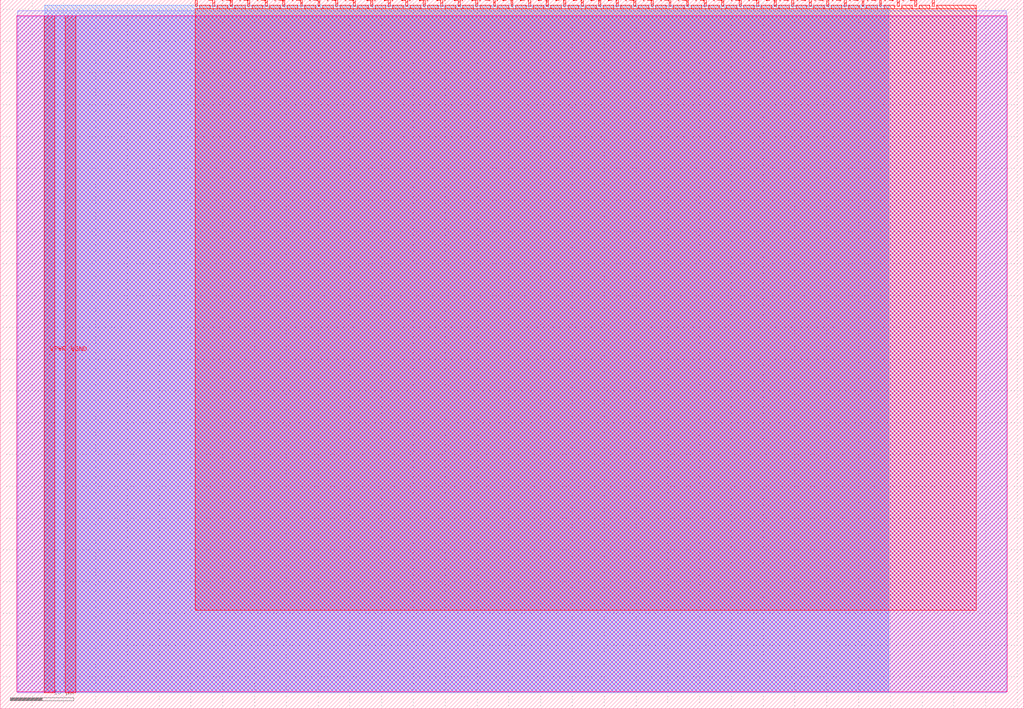
<source format=lef>
VERSION 5.7 ;
  NOWIREEXTENSIONATPIN ON ;
  DIVIDERCHAR "/" ;
  BUSBITCHARS "[]" ;
MACRO tt_um_bleeptrack_cc1
  CLASS BLOCK ;
  FOREIGN tt_um_bleeptrack_cc1 ;
  ORIGIN 0.000 0.000 ;
  SIZE 161.000 BY 111.520 ;
  PIN VGND
    DIRECTION INOUT ;
    USE GROUND ;
    PORT
      LAYER met4 ;
        RECT 10.260 2.480 11.860 109.040 ;
    END
  END VGND
  PIN VPWR
    DIRECTION INOUT ;
    USE POWER ;
    PORT
      LAYER met4 ;
        RECT 6.960 2.480 8.560 109.040 ;
    END
  END VPWR
  PIN clk
    DIRECTION INPUT ;
    USE SIGNAL ;
    PORT
      LAYER met4 ;
        RECT 143.830 110.520 144.130 111.520 ;
    END
  END clk
  PIN ena
    DIRECTION INPUT ;
    USE SIGNAL ;
    PORT
      LAYER met4 ;
        RECT 146.590 110.520 146.890 111.520 ;
    END
  END ena
  PIN rst_n
    DIRECTION INPUT ;
    USE SIGNAL ;
    PORT
      LAYER met4 ;
        RECT 141.070 110.520 141.370 111.520 ;
    END
  END rst_n
  PIN ui_in[0]
    DIRECTION INPUT ;
    USE SIGNAL ;
    ANTENNAGATEAREA 0.196500 ;
    PORT
      LAYER met4 ;
        RECT 138.310 110.520 138.610 111.520 ;
    END
  END ui_in[0]
  PIN ui_in[1]
    DIRECTION INPUT ;
    USE SIGNAL ;
    ANTENNAGATEAREA 0.213000 ;
    PORT
      LAYER met4 ;
        RECT 135.550 110.520 135.850 111.520 ;
    END
  END ui_in[1]
  PIN ui_in[2]
    DIRECTION INPUT ;
    USE SIGNAL ;
    ANTENNAGATEAREA 0.196500 ;
    PORT
      LAYER met4 ;
        RECT 132.790 110.520 133.090 111.520 ;
    END
  END ui_in[2]
  PIN ui_in[3]
    DIRECTION INPUT ;
    USE SIGNAL ;
    ANTENNAGATEAREA 0.196500 ;
    PORT
      LAYER met4 ;
        RECT 130.030 110.520 130.330 111.520 ;
    END
  END ui_in[3]
  PIN ui_in[4]
    DIRECTION INPUT ;
    USE SIGNAL ;
    ANTENNAGATEAREA 0.196500 ;
    PORT
      LAYER met4 ;
        RECT 127.270 110.520 127.570 111.520 ;
    END
  END ui_in[4]
  PIN ui_in[5]
    DIRECTION INPUT ;
    USE SIGNAL ;
    ANTENNAGATEAREA 0.196500 ;
    PORT
      LAYER met4 ;
        RECT 124.510 110.520 124.810 111.520 ;
    END
  END ui_in[5]
  PIN ui_in[6]
    DIRECTION INPUT ;
    USE SIGNAL ;
    ANTENNAGATEAREA 0.196500 ;
    PORT
      LAYER met4 ;
        RECT 121.750 110.520 122.050 111.520 ;
    END
  END ui_in[6]
  PIN ui_in[7]
    DIRECTION INPUT ;
    USE SIGNAL ;
    ANTENNAGATEAREA 0.196500 ;
    PORT
      LAYER met4 ;
        RECT 118.990 110.520 119.290 111.520 ;
    END
  END ui_in[7]
  PIN uio_in[0]
    DIRECTION INPUT ;
    USE SIGNAL ;
    ANTENNAGATEAREA 0.196500 ;
    PORT
      LAYER met4 ;
        RECT 116.230 110.520 116.530 111.520 ;
    END
  END uio_in[0]
  PIN uio_in[1]
    DIRECTION INPUT ;
    USE SIGNAL ;
    ANTENNAGATEAREA 0.213000 ;
    PORT
      LAYER met4 ;
        RECT 113.470 110.520 113.770 111.520 ;
    END
  END uio_in[1]
  PIN uio_in[2]
    DIRECTION INPUT ;
    USE SIGNAL ;
    ANTENNAGATEAREA 0.196500 ;
    PORT
      LAYER met4 ;
        RECT 110.710 110.520 111.010 111.520 ;
    END
  END uio_in[2]
  PIN uio_in[3]
    DIRECTION INPUT ;
    USE SIGNAL ;
    ANTENNAGATEAREA 0.196500 ;
    PORT
      LAYER met4 ;
        RECT 107.950 110.520 108.250 111.520 ;
    END
  END uio_in[3]
  PIN uio_in[4]
    DIRECTION INPUT ;
    USE SIGNAL ;
    ANTENNAGATEAREA 0.196500 ;
    PORT
      LAYER met4 ;
        RECT 105.190 110.520 105.490 111.520 ;
    END
  END uio_in[4]
  PIN uio_in[5]
    DIRECTION INPUT ;
    USE SIGNAL ;
    ANTENNAGATEAREA 0.196500 ;
    PORT
      LAYER met4 ;
        RECT 102.430 110.520 102.730 111.520 ;
    END
  END uio_in[5]
  PIN uio_in[6]
    DIRECTION INPUT ;
    USE SIGNAL ;
    ANTENNAGATEAREA 0.196500 ;
    PORT
      LAYER met4 ;
        RECT 99.670 110.520 99.970 111.520 ;
    END
  END uio_in[6]
  PIN uio_in[7]
    DIRECTION INPUT ;
    USE SIGNAL ;
    ANTENNAGATEAREA 0.196500 ;
    PORT
      LAYER met4 ;
        RECT 96.910 110.520 97.210 111.520 ;
    END
  END uio_in[7]
  PIN uio_oe[0]
    DIRECTION OUTPUT ;
    USE SIGNAL ;
    PORT
      LAYER met4 ;
        RECT 49.990 110.520 50.290 111.520 ;
    END
  END uio_oe[0]
  PIN uio_oe[1]
    DIRECTION OUTPUT ;
    USE SIGNAL ;
    PORT
      LAYER met4 ;
        RECT 47.230 110.520 47.530 111.520 ;
    END
  END uio_oe[1]
  PIN uio_oe[2]
    DIRECTION OUTPUT ;
    USE SIGNAL ;
    PORT
      LAYER met4 ;
        RECT 44.470 110.520 44.770 111.520 ;
    END
  END uio_oe[2]
  PIN uio_oe[3]
    DIRECTION OUTPUT ;
    USE SIGNAL ;
    PORT
      LAYER met4 ;
        RECT 41.710 110.520 42.010 111.520 ;
    END
  END uio_oe[3]
  PIN uio_oe[4]
    DIRECTION OUTPUT ;
    USE SIGNAL ;
    PORT
      LAYER met4 ;
        RECT 38.950 110.520 39.250 111.520 ;
    END
  END uio_oe[4]
  PIN uio_oe[5]
    DIRECTION OUTPUT ;
    USE SIGNAL ;
    PORT
      LAYER met4 ;
        RECT 36.190 110.520 36.490 111.520 ;
    END
  END uio_oe[5]
  PIN uio_oe[6]
    DIRECTION OUTPUT ;
    USE SIGNAL ;
    PORT
      LAYER met4 ;
        RECT 33.430 110.520 33.730 111.520 ;
    END
  END uio_oe[6]
  PIN uio_oe[7]
    DIRECTION OUTPUT ;
    USE SIGNAL ;
    PORT
      LAYER met4 ;
        RECT 30.670 110.520 30.970 111.520 ;
    END
  END uio_oe[7]
  PIN uio_out[0]
    DIRECTION OUTPUT ;
    USE SIGNAL ;
    PORT
      LAYER met4 ;
        RECT 72.070 110.520 72.370 111.520 ;
    END
  END uio_out[0]
  PIN uio_out[1]
    DIRECTION OUTPUT ;
    USE SIGNAL ;
    PORT
      LAYER met4 ;
        RECT 69.310 110.520 69.610 111.520 ;
    END
  END uio_out[1]
  PIN uio_out[2]
    DIRECTION OUTPUT ;
    USE SIGNAL ;
    PORT
      LAYER met4 ;
        RECT 66.550 110.520 66.850 111.520 ;
    END
  END uio_out[2]
  PIN uio_out[3]
    DIRECTION OUTPUT ;
    USE SIGNAL ;
    PORT
      LAYER met4 ;
        RECT 63.790 110.520 64.090 111.520 ;
    END
  END uio_out[3]
  PIN uio_out[4]
    DIRECTION OUTPUT ;
    USE SIGNAL ;
    PORT
      LAYER met4 ;
        RECT 61.030 110.520 61.330 111.520 ;
    END
  END uio_out[4]
  PIN uio_out[5]
    DIRECTION OUTPUT ;
    USE SIGNAL ;
    PORT
      LAYER met4 ;
        RECT 58.270 110.520 58.570 111.520 ;
    END
  END uio_out[5]
  PIN uio_out[6]
    DIRECTION OUTPUT ;
    USE SIGNAL ;
    PORT
      LAYER met4 ;
        RECT 55.510 110.520 55.810 111.520 ;
    END
  END uio_out[6]
  PIN uio_out[7]
    DIRECTION OUTPUT ;
    USE SIGNAL ;
    PORT
      LAYER met4 ;
        RECT 52.750 110.520 53.050 111.520 ;
    END
  END uio_out[7]
  PIN uo_out[0]
    DIRECTION OUTPUT ;
    USE SIGNAL ;
    ANTENNADIFFAREA 0.643500 ;
    PORT
      LAYER met4 ;
        RECT 94.150 110.520 94.450 111.520 ;
    END
  END uo_out[0]
  PIN uo_out[1]
    DIRECTION OUTPUT ;
    USE SIGNAL ;
    ANTENNADIFFAREA 1.721000 ;
    PORT
      LAYER met4 ;
        RECT 91.390 110.520 91.690 111.520 ;
    END
  END uo_out[1]
  PIN uo_out[2]
    DIRECTION OUTPUT ;
    USE SIGNAL ;
    ANTENNADIFFAREA 1.524450 ;
    PORT
      LAYER met4 ;
        RECT 88.630 110.520 88.930 111.520 ;
    END
  END uo_out[2]
  PIN uo_out[3]
    DIRECTION OUTPUT ;
    USE SIGNAL ;
    ANTENNADIFFAREA 1.524450 ;
    PORT
      LAYER met4 ;
        RECT 85.870 110.520 86.170 111.520 ;
    END
  END uo_out[3]
  PIN uo_out[4]
    DIRECTION OUTPUT ;
    USE SIGNAL ;
    ANTENNADIFFAREA 1.721000 ;
    PORT
      LAYER met4 ;
        RECT 83.110 110.520 83.410 111.520 ;
    END
  END uo_out[4]
  PIN uo_out[5]
    DIRECTION OUTPUT ;
    USE SIGNAL ;
    ANTENNADIFFAREA 1.721000 ;
    PORT
      LAYER met4 ;
        RECT 80.350 110.520 80.650 111.520 ;
    END
  END uo_out[5]
  PIN uo_out[6]
    DIRECTION OUTPUT ;
    USE SIGNAL ;
    ANTENNADIFFAREA 1.721000 ;
    PORT
      LAYER met4 ;
        RECT 77.590 110.520 77.890 111.520 ;
    END
  END uo_out[6]
  PIN uo_out[7]
    DIRECTION OUTPUT ;
    USE SIGNAL ;
    ANTENNADIFFAREA 1.721000 ;
    PORT
      LAYER met4 ;
        RECT 74.830 110.520 75.130 111.520 ;
    END
  END uo_out[7]
  OBS
      LAYER nwell ;
        RECT 2.570 2.635 158.430 108.990 ;
      LAYER li1 ;
        RECT 2.760 2.635 158.240 108.885 ;
      LAYER met1 ;
        RECT 2.760 2.480 158.240 109.780 ;
      LAYER met2 ;
        RECT 6.990 2.535 139.750 110.685 ;
      LAYER met3 ;
        RECT 6.970 2.555 139.775 110.665 ;
      LAYER met4 ;
        RECT 31.370 110.120 33.030 110.665 ;
        RECT 34.130 110.120 35.790 110.665 ;
        RECT 36.890 110.120 38.550 110.665 ;
        RECT 39.650 110.120 41.310 110.665 ;
        RECT 42.410 110.120 44.070 110.665 ;
        RECT 45.170 110.120 46.830 110.665 ;
        RECT 47.930 110.120 49.590 110.665 ;
        RECT 50.690 110.120 52.350 110.665 ;
        RECT 53.450 110.120 55.110 110.665 ;
        RECT 56.210 110.120 57.870 110.665 ;
        RECT 58.970 110.120 60.630 110.665 ;
        RECT 61.730 110.120 63.390 110.665 ;
        RECT 64.490 110.120 66.150 110.665 ;
        RECT 67.250 110.120 68.910 110.665 ;
        RECT 70.010 110.120 71.670 110.665 ;
        RECT 72.770 110.120 74.430 110.665 ;
        RECT 75.530 110.120 77.190 110.665 ;
        RECT 78.290 110.120 79.950 110.665 ;
        RECT 81.050 110.120 82.710 110.665 ;
        RECT 83.810 110.120 85.470 110.665 ;
        RECT 86.570 110.120 88.230 110.665 ;
        RECT 89.330 110.120 90.990 110.665 ;
        RECT 92.090 110.120 93.750 110.665 ;
        RECT 94.850 110.120 96.510 110.665 ;
        RECT 97.610 110.120 99.270 110.665 ;
        RECT 100.370 110.120 102.030 110.665 ;
        RECT 103.130 110.120 104.790 110.665 ;
        RECT 105.890 110.120 107.550 110.665 ;
        RECT 108.650 110.120 110.310 110.665 ;
        RECT 111.410 110.120 113.070 110.665 ;
        RECT 114.170 110.120 115.830 110.665 ;
        RECT 116.930 110.120 118.590 110.665 ;
        RECT 119.690 110.120 121.350 110.665 ;
        RECT 122.450 110.120 124.110 110.665 ;
        RECT 125.210 110.120 126.870 110.665 ;
        RECT 127.970 110.120 129.630 110.665 ;
        RECT 130.730 110.120 132.390 110.665 ;
        RECT 133.490 110.120 135.150 110.665 ;
        RECT 136.250 110.120 137.910 110.665 ;
        RECT 139.010 110.120 140.670 110.665 ;
        RECT 141.770 110.120 143.430 110.665 ;
        RECT 144.530 110.120 146.190 110.665 ;
        RECT 147.290 110.120 153.500 110.665 ;
        RECT 30.655 15.500 153.500 110.120 ;
  END
END tt_um_bleeptrack_cc1
END LIBRARY


</source>
